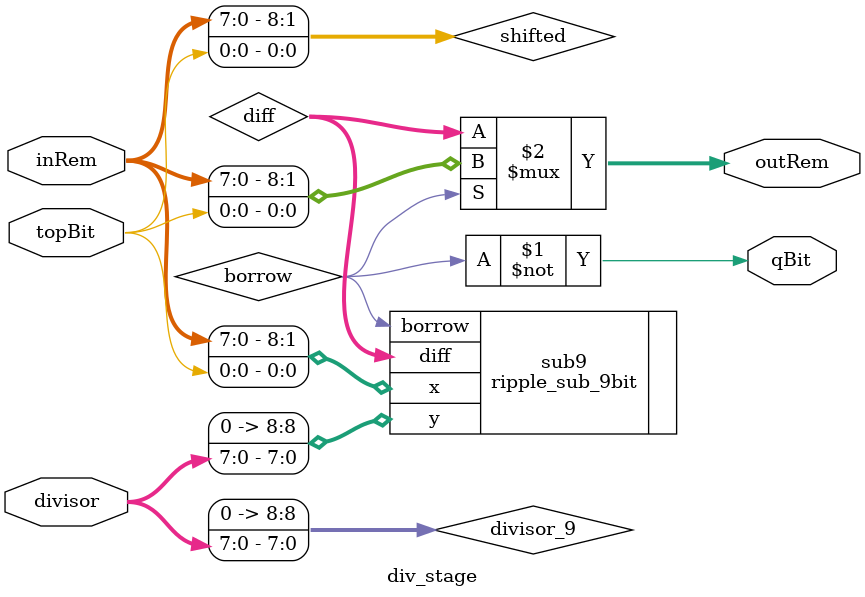
<source format=v>
module div_stage (
    input  wire [8:0] inRem,    
    input  wire       topBit,   
    input  wire [7:0] divisor,  
    output wire [8:0] outRem,   
    output wire       qBit      
);														 
    wire [8:0] shifted = {inRem[7:0], topBit};
														   
    wire [8:0] divisor_9 = {1'b0, divisor};

    wire [8:0] diff;
    wire       borrow;

    ripple_sub_9bit sub9 (
        .x   (shifted),
        .y   (divisor_9),
        .diff(diff),
        .borrow(borrow)
    );
											   
    assign qBit   = ~borrow;
    assign outRem = borrow ? shifted : diff;
endmodule

</source>
